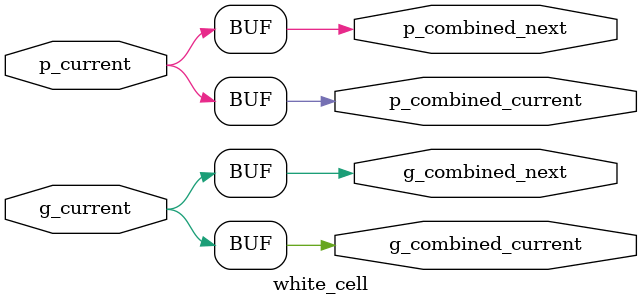
<source format=v>
module white_cell
(
	input 	 	g_current,
	input 	 	p_current,
	
	output reg 	g_combined_current,
	output reg 	p_combined_current,
	output reg 	g_combined_next,
	output reg 	p_combined_next
);

	always @ (*)
		begin
			g_combined_current 	= g_current;
			p_combined_current 	= p_current;
			g_combined_next 	= g_combined_current;
			p_combined_next 	= p_combined_current;
		end

endmodule 
</source>
